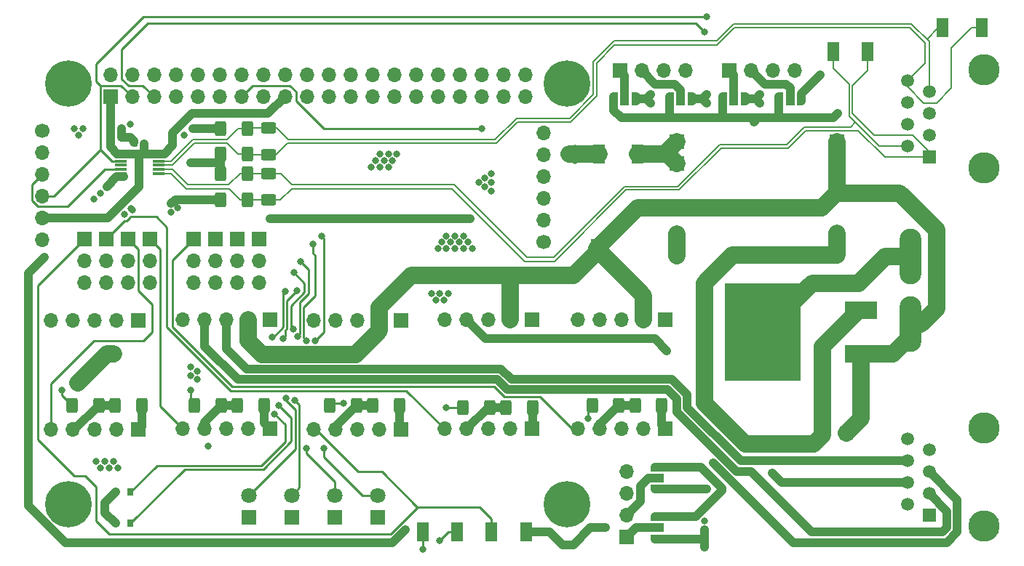
<source format=gbr>
%TF.GenerationSoftware,KiCad,Pcbnew,7.0.1*%
%TF.CreationDate,2023-08-16T19:58:43-04:00*%
%TF.ProjectId,DaughterBoard_UTAP,44617567-6874-4657-9242-6f6172645f55,rev?*%
%TF.SameCoordinates,Original*%
%TF.FileFunction,Copper,L1,Top*%
%TF.FilePolarity,Positive*%
%FSLAX46Y46*%
G04 Gerber Fmt 4.6, Leading zero omitted, Abs format (unit mm)*
G04 Created by KiCad (PCBNEW 7.0.1) date 2023-08-16 19:58:43*
%MOMM*%
%LPD*%
G01*
G04 APERTURE LIST*
G04 Aperture macros list*
%AMRoundRect*
0 Rectangle with rounded corners*
0 $1 Rounding radius*
0 $2 $3 $4 $5 $6 $7 $8 $9 X,Y pos of 4 corners*
0 Add a 4 corners polygon primitive as box body*
4,1,4,$2,$3,$4,$5,$6,$7,$8,$9,$2,$3,0*
0 Add four circle primitives for the rounded corners*
1,1,$1+$1,$2,$3*
1,1,$1+$1,$4,$5*
1,1,$1+$1,$6,$7*
1,1,$1+$1,$8,$9*
0 Add four rect primitives between the rounded corners*
20,1,$1+$1,$2,$3,$4,$5,0*
20,1,$1+$1,$4,$5,$6,$7,0*
20,1,$1+$1,$6,$7,$8,$9,0*
20,1,$1+$1,$8,$9,$2,$3,0*%
%AMFreePoly0*
4,1,19,0.550000,-0.750000,0.000000,-0.750000,0.000000,-0.744911,-0.071157,-0.744911,-0.207708,-0.704816,-0.327430,-0.627875,-0.420627,-0.520320,-0.479746,-0.390866,-0.500000,-0.250000,-0.500000,0.250000,-0.479746,0.390866,-0.420627,0.520320,-0.327430,0.627875,-0.207708,0.704816,-0.071157,0.744911,0.000000,0.744911,0.000000,0.750000,0.550000,0.750000,0.550000,-0.750000,0.550000,-0.750000,
$1*%
%AMFreePoly1*
4,1,19,0.000000,0.744911,0.071157,0.744911,0.207708,0.704816,0.327430,0.627875,0.420627,0.520320,0.479746,0.390866,0.500000,0.250000,0.500000,-0.250000,0.479746,-0.390866,0.420627,-0.520320,0.327430,-0.627875,0.207708,-0.704816,0.071157,-0.744911,0.000000,-0.744911,0.000000,-0.750000,-0.550000,-0.750000,-0.550000,0.750000,0.000000,0.750000,0.000000,0.744911,0.000000,0.744911,
$1*%
G04 Aperture macros list end*
%TA.AperFunction,SMDPad,CuDef*%
%ADD10RoundRect,0.250000X-0.400000X-0.625000X0.400000X-0.625000X0.400000X0.625000X-0.400000X0.625000X0*%
%TD*%
%TA.AperFunction,ComponentPad*%
%ADD11R,1.800000X1.800000*%
%TD*%
%TA.AperFunction,ComponentPad*%
%ADD12C,1.800000*%
%TD*%
%TA.AperFunction,ComponentPad*%
%ADD13C,5.400000*%
%TD*%
%TA.AperFunction,SMDPad,CuDef*%
%ADD14RoundRect,0.250000X0.400000X0.625000X-0.400000X0.625000X-0.400000X-0.625000X0.400000X-0.625000X0*%
%TD*%
%TA.AperFunction,SMDPad,CuDef*%
%ADD15R,0.800000X0.950000*%
%TD*%
%TA.AperFunction,WasherPad*%
%ADD16C,3.650000*%
%TD*%
%TA.AperFunction,ComponentPad*%
%ADD17R,1.500000X1.500000*%
%TD*%
%TA.AperFunction,ComponentPad*%
%ADD18C,1.500000*%
%TD*%
%TA.AperFunction,SMDPad,CuDef*%
%ADD19R,1.400000X2.200000*%
%TD*%
%TA.AperFunction,SMDPad,CuDef*%
%ADD20FreePoly0,0.000000*%
%TD*%
%TA.AperFunction,SMDPad,CuDef*%
%ADD21R,1.000000X1.500000*%
%TD*%
%TA.AperFunction,SMDPad,CuDef*%
%ADD22FreePoly1,0.000000*%
%TD*%
%TA.AperFunction,ComponentPad*%
%ADD23O,1.700000X1.700000*%
%TD*%
%TA.AperFunction,ComponentPad*%
%ADD24C,1.700000*%
%TD*%
%TA.AperFunction,ComponentPad*%
%ADD25R,1.700000X1.700000*%
%TD*%
%TA.AperFunction,ComponentPad*%
%ADD26R,1.600000X1.600000*%
%TD*%
%TA.AperFunction,ComponentPad*%
%ADD27C,1.600000*%
%TD*%
%TA.AperFunction,SMDPad,CuDef*%
%ADD28FreePoly0,270.000000*%
%TD*%
%TA.AperFunction,SMDPad,CuDef*%
%ADD29R,1.500000X1.000000*%
%TD*%
%TA.AperFunction,SMDPad,CuDef*%
%ADD30FreePoly1,270.000000*%
%TD*%
%TA.AperFunction,SMDPad,CuDef*%
%ADD31RoundRect,0.155000X0.212500X0.155000X-0.212500X0.155000X-0.212500X-0.155000X0.212500X-0.155000X0*%
%TD*%
%TA.AperFunction,SMDPad,CuDef*%
%ADD32RoundRect,0.250000X-0.625000X0.400000X-0.625000X-0.400000X0.625000X-0.400000X0.625000X0.400000X0*%
%TD*%
%TA.AperFunction,SMDPad,CuDef*%
%ADD33R,1.400000X0.300000*%
%TD*%
%TA.AperFunction,ComponentPad*%
%ADD34O,2.540000X6.502400*%
%TD*%
%TA.AperFunction,SMDPad,CuDef*%
%ADD35RoundRect,0.250000X0.625000X-0.400000X0.625000X0.400000X-0.625000X0.400000X-0.625000X-0.400000X0*%
%TD*%
%TA.AperFunction,SMDPad,CuDef*%
%ADD36R,3.810000X2.080000*%
%TD*%
%TA.AperFunction,SMDPad,CuDef*%
%ADD37R,8.890000X11.430000*%
%TD*%
%TA.AperFunction,ViaPad*%
%ADD38C,0.800000*%
%TD*%
%TA.AperFunction,Conductor*%
%ADD39C,1.000000*%
%TD*%
%TA.AperFunction,Conductor*%
%ADD40C,0.250000*%
%TD*%
%TA.AperFunction,Conductor*%
%ADD41C,2.000000*%
%TD*%
%TA.AperFunction,Conductor*%
%ADD42C,0.200000*%
%TD*%
G04 APERTURE END LIST*
D10*
%TO.P,R16,1*%
%TO.N,/GPIO_20*%
X85700000Y-105750000D03*
%TO.P,R16,2*%
%TO.N,Net-(U5-DIR)*%
X88800000Y-105750000D03*
%TD*%
%TO.P,R15,1*%
%TO.N,/GPIO_27*%
X101200000Y-106000000D03*
%TO.P,R15,2*%
%TO.N,Net-(U4-DIR)*%
X104300000Y-106000000D03*
%TD*%
%TO.P,R14,1*%
%TO.N,/GPIO_13*%
X55700000Y-105750000D03*
%TO.P,R14,2*%
%TO.N,Net-(U1-DIR)*%
X58800000Y-105750000D03*
%TD*%
%TO.P,R13,1*%
%TO.N,/GPIO_21*%
X69950000Y-105750000D03*
%TO.P,R13,2*%
%TO.N,Net-(U2-DIR)*%
X73050000Y-105750000D03*
%TD*%
%TO.P,R12,2*%
%TO.N,Net-(U3-DIR)*%
X119300000Y-105750000D03*
%TO.P,R12,1*%
%TO.N,/GPIO_26*%
X116200000Y-105750000D03*
%TD*%
D11*
%TO.P,GPIO_22,1,K*%
%TO.N,GND*%
X76250000Y-118790000D03*
D12*
%TO.P,GPIO_22,2,A*%
%TO.N,/GPIO_22*%
X76250000Y-116250000D03*
%TD*%
D10*
%TO.P,R6,1*%
%TO.N,+3.3V*%
X73000000Y-76500000D03*
%TO.P,R6,2*%
%TO.N,/DSDA+*%
X76100000Y-76500000D03*
%TD*%
D13*
%TO.P,,0*%
%TO.N,N/C*%
X55320000Y-117290000D03*
%TD*%
D14*
%TO.P,R9,1*%
%TO.N,GND*%
X63800000Y-105750000D03*
%TO.P,R9,2*%
%TO.N,Net-(U1-DIR)*%
X60700000Y-105750000D03*
%TD*%
D11*
%TO.P,GPIO_24,1,K*%
%TO.N,GND*%
X86250000Y-118805000D03*
D12*
%TO.P,GPIO_24,2,A*%
%TO.N,/GPIO_24*%
X86250000Y-116265000D03*
%TD*%
D15*
%TO.P,LED1,1,K*%
%TO.N,GND*%
X60800000Y-115825000D03*
%TO.P,LED1,2,A*%
%TO.N,Net-(J4-GCLK2{slash}GPIO6)*%
X62500000Y-115825000D03*
%TD*%
D16*
%TO.P,    X2    ,*%
%TO.N,*%
X161770000Y-78097500D03*
X161770000Y-66667500D03*
D17*
%TO.P,    X2    ,1*%
%TO.N,/DSCL-*%
X155420000Y-76827500D03*
D18*
%TO.P,    X2    ,2*%
%TO.N,/DSCL+*%
X152880000Y-75557500D03*
%TO.P,    X2    ,3*%
%TO.N,/GRE_STR_2_MOTOR*%
X155420000Y-74287500D03*
%TO.P,    X2    ,4*%
%TO.N,+3.3V*%
X152880000Y-73017500D03*
%TO.P,    X2    ,5*%
%TO.N,GND*%
X155420000Y-71747500D03*
%TO.P,    X2    ,6*%
%TO.N,/GRE_2_MOTOR*%
X152880000Y-70477500D03*
%TO.P,    X2    ,7*%
%TO.N,/DSDA-*%
X155420000Y-69207500D03*
%TO.P,    X2    ,8*%
%TO.N,/DSDA+*%
X152880000Y-67937500D03*
%TD*%
D19*
%TO.P,TP4,1,1*%
%TO.N,/DSDA-*%
X157000000Y-61750000D03*
%TD*%
D20*
%TO.P,JP5,1,A*%
%TO.N,+3.3V*%
X125200000Y-70000000D03*
D21*
%TO.P,JP5,2,C*%
%TO.N,Net-(J1-Pin_2)*%
X126500000Y-70000000D03*
D22*
%TO.P,JP5,3,B*%
%TO.N,GND*%
X127800000Y-70000000D03*
%TD*%
D14*
%TO.P,R7,1*%
%TO.N,GND*%
X93800000Y-105750000D03*
%TO.P,R7,2*%
%TO.N,Net-(U5-DIR)*%
X90700000Y-105750000D03*
%TD*%
D23*
%TO.P,U6,0*%
%TO.N,N/C*%
X110534033Y-74032000D03*
X110534033Y-76572000D03*
X110534033Y-79112000D03*
X110534033Y-81652000D03*
X110534033Y-84192000D03*
D24*
X110534033Y-86732000D03*
%TO.P,U6,1,GND*%
%TO.N,GND*%
X52209033Y-73757000D03*
D23*
%TO.P,U6,2,OE*%
%TO.N,unconnected-(U6-OE-Pad2)*%
X52209033Y-76297000D03*
%TO.P,U6,3,SCL*%
%TO.N,/I2C1_SCL*%
X52209033Y-78837000D03*
%TO.P,U6,4,SDA*%
%TO.N,/I2C1_SDA*%
X52209033Y-81377000D03*
%TO.P,U6,5,VCC*%
%TO.N,+3.3V*%
X52209033Y-83917000D03*
%TO.P,U6,6,V+*%
%TO.N,unconnected-(U6-V+-Pad6)*%
X52209033Y-86457000D03*
D25*
%TO.P,U6,7,PWM0*%
%TO.N,/PWM1_OR*%
X57148033Y-86384000D03*
D23*
%TO.P,U6,8,V+0*%
%TO.N,unconnected-(U6-V+0-Pad8)*%
X57148033Y-88924000D03*
%TO.P,U6,9,GND0*%
%TO.N,unconnected-(U6-GND0-Pad9)*%
X57148033Y-91464000D03*
D25*
%TO.P,U6,10,PWM1*%
%TO.N,/PWM2_BRO*%
X59673033Y-86384000D03*
D23*
%TO.P,U6,11,V+1*%
%TO.N,unconnected-(U6-V+1-Pad11)*%
X59673033Y-88924000D03*
%TO.P,U6,12,GND1*%
%TO.N,unconnected-(U6-GND1-Pad12)*%
X59673033Y-91464000D03*
D25*
%TO.P,U6,13,PWM2*%
%TO.N,/PWM3_BLU*%
X62213033Y-86384000D03*
D23*
%TO.P,U6,14,V+2*%
%TO.N,unconnected-(U6-V+2-Pad14)*%
X62213033Y-88924000D03*
%TO.P,U6,15,GND2*%
%TO.N,unconnected-(U6-GND2-Pad15)*%
X62213033Y-91464000D03*
D25*
%TO.P,U6,16,PWM3*%
%TO.N,/PWM4_GRE_1*%
X64763033Y-86384000D03*
D23*
%TO.P,U6,17,V+3*%
%TO.N,unconnected-(U6-V+3-Pad17)*%
X64763033Y-88924000D03*
%TO.P,U6,18,GND3*%
%TO.N,unconnected-(U6-GND3-Pad18)*%
X64763033Y-91464000D03*
D25*
%TO.P,U6,19,GND4*%
%TO.N,/PWM5_GRE_2*%
X69848033Y-86384000D03*
D23*
%TO.P,U6,20,V+4*%
%TO.N,unconnected-(U6-V+4-Pad20)*%
X69848033Y-88924000D03*
%TO.P,U6,21,PWM4*%
%TO.N,unconnected-(U6-PWM4-Pad21)*%
X69848033Y-91464000D03*
D25*
%TO.P,U6,22,GND5*%
%TO.N,unconnected-(U6-GND5-Pad22)*%
X72373033Y-86384000D03*
D23*
%TO.P,U6,23,V+5*%
%TO.N,unconnected-(U6-V+5-Pad23)*%
X72373033Y-88924000D03*
%TO.P,U6,24,PWM5*%
%TO.N,unconnected-(U6-PWM5-Pad24)*%
X72373033Y-91464000D03*
D25*
%TO.P,U6,25,GND6*%
%TO.N,unconnected-(U6-GND6-Pad25)*%
X74913033Y-86384000D03*
D23*
%TO.P,U6,26,V+6*%
%TO.N,unconnected-(U6-V+6-Pad26)*%
X74913033Y-88924000D03*
%TO.P,U6,27,PWM6*%
%TO.N,unconnected-(U6-PWM6-Pad27)*%
X74913033Y-91464000D03*
D25*
%TO.P,U6,28,GND7*%
%TO.N,unconnected-(U6-GND7-Pad28)*%
X77463033Y-86384000D03*
D23*
%TO.P,U6,29,V+7*%
%TO.N,unconnected-(U6-V+7-Pad29)*%
X77463033Y-88924000D03*
%TO.P,U6,30,PWM7*%
%TO.N,unconnected-(U6-PWM7-Pad30)*%
X77463033Y-91464000D03*
%TD*%
D11*
%TO.P,GPIO_23,1,K*%
%TO.N,GND*%
X81250000Y-118790000D03*
D12*
%TO.P,GPIO_23,2,A*%
%TO.N,/GPIO_23*%
X81250000Y-116250000D03*
%TD*%
D23*
%TO.P,U5,1,PWM*%
%TO.N,/PWM1_OR*%
X83820000Y-108550000D03*
%TO.P,U5,2,DIR*%
%TO.N,Net-(U5-DIR)*%
X86360000Y-108550000D03*
%TO.P,U5,3,~FAULT*%
%TO.N,unconnected-(U5-~FAULT-Pad3)*%
X88900000Y-108550000D03*
%TO.P,U5,4,~EN*%
%TO.N,unconnected-(U5-~EN-Pad4)*%
X91440000Y-108550000D03*
D25*
%TO.P,U5,5,GND*%
%TO.N,GND*%
X93980000Y-108550000D03*
%TO.P,U5,6,GND*%
X93980000Y-95850000D03*
D23*
%TO.P,U5,7,VIN*%
%TO.N,+12V*%
X91440000Y-95850000D03*
%TO.P,U5,8,M2*%
%TO.N,/OR_MOTOR*%
X88900000Y-95850000D03*
%TO.P,U5,9,M1*%
%TO.N,/OR_STR_MOTOR*%
X86360000Y-95850000D03*
%TO.P,U5,10,VM*%
%TO.N,unconnected-(U5-VM-Pad10)*%
X83820000Y-95850000D03*
%TD*%
%TO.P,U3,1,PWM*%
%TO.N,/PWM5_GRE_2*%
X114570000Y-108500000D03*
%TO.P,U3,2,DIR*%
%TO.N,Net-(U3-DIR)*%
X117110000Y-108500000D03*
%TO.P,U3,3,~FAULT*%
%TO.N,unconnected-(U3-~FAULT-Pad3)*%
X119650000Y-108500000D03*
%TO.P,U3,4,~EN*%
%TO.N,unconnected-(U3-~EN-Pad4)*%
X122190000Y-108500000D03*
D25*
%TO.P,U3,5,GND*%
%TO.N,GND*%
X124730000Y-108500000D03*
%TO.P,U3,6,GND*%
X124730000Y-95800000D03*
D23*
%TO.P,U3,7,VIN*%
%TO.N,+12V*%
X122190000Y-95800000D03*
%TO.P,U3,8,M2*%
%TO.N,/GRE_2_MOTOR*%
X119650000Y-95800000D03*
%TO.P,U3,9,M1*%
%TO.N,/GRE_STR_2_MOTOR*%
X117110000Y-95800000D03*
%TO.P,U3,10,VM*%
%TO.N,unconnected-(U3-VM-Pad10)*%
X114570000Y-95800000D03*
%TD*%
D14*
%TO.P,R10,1*%
%TO.N,GND*%
X78050000Y-105750000D03*
%TO.P,R10,2*%
%TO.N,Net-(U2-DIR)*%
X74950000Y-105750000D03*
%TD*%
D20*
%TO.P,JP1,1,A*%
%TO.N,+3.3V*%
X131400000Y-70000000D03*
D21*
%TO.P,JP1,2,C*%
%TO.N,Net-(JP1-C)*%
X132700000Y-70000000D03*
D22*
%TO.P,JP1,3,B*%
%TO.N,GND*%
X134000000Y-70000000D03*
%TD*%
D14*
%TO.P,R2,1*%
%TO.N,/DSDA-*%
X76100000Y-73500000D03*
%TO.P,R2,2*%
%TO.N,GND*%
X73000000Y-73500000D03*
%TD*%
D11*
%TO.P,GPIO_25,1,K*%
%TO.N,GND*%
X91250000Y-118805000D03*
D12*
%TO.P,GPIO_25,2,A*%
%TO.N,/GPIO_25*%
X91250000Y-116265000D03*
%TD*%
D25*
%TO.P,J1,1,Pin_1*%
%TO.N,Net-(J1-Pin_1)*%
X119460000Y-66750000D03*
D23*
%TO.P,J1,2,Pin_2*%
%TO.N,Net-(J1-Pin_2)*%
X122000000Y-66750000D03*
%TO.P,J1,3,Pin_3*%
%TO.N,/I2C1_SCL*%
X124540000Y-66750000D03*
%TO.P,J1,4,Pin_4*%
%TO.N,/I2C1_SDA*%
X127080000Y-66750000D03*
%TD*%
D26*
%TO.P,C1,1,+*%
%TO.N,+12V*%
X145750000Y-109000000D03*
D27*
%TO.P,C1,2,-*%
%TO.N,GND*%
X143250000Y-109000000D03*
%TD*%
D28*
%TO.P,JP4,1,A*%
%TO.N,+3.3V*%
X123750000Y-112920000D03*
D29*
%TO.P,JP4,2,C*%
%TO.N,Net-(JP4-C)*%
X123750000Y-114220000D03*
D30*
%TO.P,JP4,3,B*%
%TO.N,GND*%
X123750000Y-115520000D03*
%TD*%
D23*
%TO.P,U4,1,PWM*%
%TO.N,/PWM2_BRO*%
X99070000Y-108500000D03*
%TO.P,U4,2,DIR*%
%TO.N,Net-(U4-DIR)*%
X101610000Y-108500000D03*
%TO.P,U4,3,~FAULT*%
%TO.N,unconnected-(U4-~FAULT-Pad3)*%
X104150000Y-108500000D03*
%TO.P,U4,4,~EN*%
%TO.N,unconnected-(U4-~EN-Pad4)*%
X106690000Y-108500000D03*
D25*
%TO.P,U4,5,GND*%
%TO.N,GND*%
X109230000Y-108500000D03*
%TO.P,U4,6,GND*%
X109230000Y-95800000D03*
D23*
%TO.P,U4,7,VIN*%
%TO.N,+12V*%
X106690000Y-95800000D03*
%TO.P,U4,8,M2*%
%TO.N,/BRO_MOTOR*%
X104150000Y-95800000D03*
%TO.P,U4,9,M1*%
%TO.N,/BRO_STR_MOTOR*%
X101610000Y-95800000D03*
%TO.P,U4,10,VM*%
%TO.N,unconnected-(U4-VM-Pad10)*%
X99070000Y-95800000D03*
%TD*%
D19*
%TO.P,TP6,1,1*%
%TO.N,/DSCL+*%
X144250000Y-64500000D03*
%TD*%
D13*
%TO.P,,0*%
%TO.N,N/C*%
X113320000Y-117290000D03*
%TD*%
D20*
%TO.P,JP2,1,A*%
%TO.N,+3.3V*%
X137950000Y-70000000D03*
D21*
%TO.P,JP2,2,C*%
%TO.N,Net-(JP2-C)*%
X139250000Y-70000000D03*
D22*
%TO.P,JP2,3,B*%
%TO.N,GND*%
X140550000Y-70000000D03*
%TD*%
D20*
%TO.P,JP6,1,A*%
%TO.N,+3.3V*%
X118700000Y-70000000D03*
D21*
%TO.P,JP6,2,C*%
%TO.N,Net-(J1-Pin_1)*%
X120000000Y-70000000D03*
D22*
%TO.P,JP6,3,B*%
%TO.N,GND*%
X121300000Y-70000000D03*
%TD*%
D31*
%TO.P,C2,1*%
%TO.N,+3.3V*%
X64117500Y-75275000D03*
%TO.P,C2,2*%
%TO.N,GND*%
X62982500Y-75275000D03*
%TD*%
D19*
%TO.P,GND,1,1*%
%TO.N,GND*%
X117000000Y-76500000D03*
%TD*%
%TO.P,TP8,1,1*%
%TO.N,GND*%
X108500000Y-120500000D03*
%TD*%
D32*
%TO.P,R3,1*%
%TO.N,/DSCL+*%
X78550000Y-78725000D03*
%TO.P,R3,2*%
%TO.N,/DSCL-*%
X78550000Y-81825000D03*
%TD*%
D14*
%TO.P,R8,1*%
%TO.N,GND*%
X109300000Y-106000000D03*
%TO.P,R8,2*%
%TO.N,Net-(U4-DIR)*%
X106200000Y-106000000D03*
%TD*%
D23*
%TO.P,U1,1,PWM*%
%TO.N,/PWM3_BLU*%
X53270000Y-108550000D03*
%TO.P,U1,2,DIR*%
%TO.N,Net-(U1-DIR)*%
X55810000Y-108550000D03*
%TO.P,U1,3,~FAULT*%
%TO.N,unconnected-(U1-~FAULT-Pad3)*%
X58350000Y-108550000D03*
%TO.P,U1,4,~EN*%
%TO.N,unconnected-(U1-~EN-Pad4)*%
X60890000Y-108550000D03*
D25*
%TO.P,U1,5,GND*%
%TO.N,GND*%
X63430000Y-108550000D03*
%TO.P,U1,6,GND*%
X63430000Y-95850000D03*
D23*
%TO.P,U1,7,VIN*%
%TO.N,+12V*%
X60890000Y-95850000D03*
%TO.P,U1,8,M2*%
%TO.N,/BLU_MOTOR*%
X58350000Y-95850000D03*
%TO.P,U1,9,M1*%
%TO.N,/BLU_STR_MOTOR*%
X55810000Y-95850000D03*
%TO.P,U1,10,VM*%
%TO.N,unconnected-(U1-VM-Pad10)*%
X53270000Y-95850000D03*
%TD*%
D33*
%TO.P,IC1,1,VDD(A)*%
%TO.N,+3.3V*%
X61350000Y-76775000D03*
%TO.P,IC1,2,SDA*%
%TO.N,/I2C1_SDA*%
X61350000Y-77275000D03*
%TO.P,IC1,3,EN*%
%TO.N,unconnected-(IC1-EN-Pad3)*%
X61350000Y-77775000D03*
%TO.P,IC1,4,SCL*%
%TO.N,/I2C1_SCL*%
X61350000Y-78275000D03*
%TO.P,IC1,5,VSS*%
%TO.N,GND*%
X61350000Y-78775000D03*
%TO.P,IC1,6,DSCLM*%
%TO.N,/DSCL-*%
X65750000Y-78775000D03*
%TO.P,IC1,7,DSCLP*%
%TO.N,/DSCL+*%
X65750000Y-78275000D03*
%TO.P,IC1,8,DSDAP*%
%TO.N,/DSDA+*%
X65750000Y-77775000D03*
%TO.P,IC1,9,DSDAM*%
%TO.N,/DSDA-*%
X65750000Y-77275000D03*
%TO.P,IC1,10,VDD(B)*%
%TO.N,+3.3V*%
X65750000Y-76775000D03*
%TD*%
D19*
%TO.P,TP9,1,1*%
%TO.N,+12V*%
X116750000Y-87500000D03*
%TD*%
D14*
%TO.P,R1,1*%
%TO.N,/DSCL-*%
X76100000Y-81775000D03*
%TO.P,R1,2*%
%TO.N,GND*%
X73000000Y-81775000D03*
%TD*%
D34*
%TO.P,J3,1,Pin_1*%
%TO.N,-BATT*%
X153245000Y-88440000D03*
%TO.P,J3,2,Pin_2*%
%TO.N,+12V*%
X153245000Y-96314000D03*
%TD*%
D19*
%TO.P,TP10,1,1*%
%TO.N,+5V*%
X121500000Y-76500000D03*
%TD*%
D25*
%TO.P,BME/BMP280,1,P3*%
%TO.N,Net-(JP3-C)*%
X120250000Y-121050000D03*
D23*
%TO.P,BME/BMP280,2,P4*%
%TO.N,Net-(JP4-C)*%
X120250000Y-118510000D03*
%TO.P,BME/BMP280,3,SCL*%
%TO.N,/I2C1_SCL*%
X120250000Y-115970000D03*
%TO.P,BME/BMP280,4,SDA*%
%TO.N,/I2C1_SDA*%
X120250000Y-113430000D03*
%TD*%
D13*
%TO.P,,0*%
%TO.N,N/C*%
X113320000Y-68290000D03*
%TD*%
D19*
%TO.P,TP1,1,1*%
%TO.N,/I2C1_SCL*%
X96500000Y-120500000D03*
%TD*%
D35*
%TO.P,R4,1*%
%TO.N,/DSDA+*%
X78550000Y-76550000D03*
%TO.P,R4,2*%
%TO.N,/DSDA-*%
X78550000Y-73450000D03*
%TD*%
D23*
%TO.P,U2,1,PWM*%
%TO.N,/PWM4_GRE_1*%
X68570000Y-108500000D03*
%TO.P,U2,2,DIR*%
%TO.N,Net-(U2-DIR)*%
X71110000Y-108500000D03*
%TO.P,U2,3,~FAULT*%
%TO.N,unconnected-(U2-~FAULT-Pad3)*%
X73650000Y-108500000D03*
%TO.P,U2,4,~EN*%
%TO.N,unconnected-(U2-~EN-Pad4)*%
X76190000Y-108500000D03*
D25*
%TO.P,U2,5,GND*%
%TO.N,GND*%
X78730000Y-108500000D03*
%TO.P,U2,6,GND*%
X78730000Y-95800000D03*
D23*
%TO.P,U2,7,VIN*%
%TO.N,+12V*%
X76190000Y-95800000D03*
%TO.P,U2,8,M2*%
%TO.N,/GRE_1_MOTOR*%
X73650000Y-95800000D03*
%TO.P,U2,9,M1*%
%TO.N,/GRE_STR_1_MOTOR*%
X71110000Y-95800000D03*
%TO.P,U2,10,VM*%
%TO.N,unconnected-(U2-VM-Pad10)*%
X68570000Y-95800000D03*
%TD*%
D15*
%TO.P,LED2,1,K*%
%TO.N,GND*%
X60800000Y-119500000D03*
%TO.P,LED2,2,A*%
%TO.N,Net-(J4-GPIO16)*%
X62500000Y-119500000D03*
%TD*%
D25*
%TO.P,OLED,1,P1*%
%TO.N,Net-(JP1-C)*%
X132200000Y-66750000D03*
D23*
%TO.P,OLED,2,P2*%
%TO.N,Net-(JP2-C)*%
X134740000Y-66750000D03*
%TO.P,OLED,3,SCL*%
%TO.N,/I2C1_SCL*%
X137280000Y-66750000D03*
%TO.P,OLED,4,SDA*%
%TO.N,/I2C1_SDA*%
X139820000Y-66750000D03*
%TD*%
D36*
%TO.P,Q1,1,G*%
%TO.N,+12V*%
X147485000Y-99790000D03*
D37*
%TO.P,Q1,2,D*%
%TO.N,-BATT*%
X136055000Y-97250000D03*
D36*
%TO.P,Q1,3,S*%
%TO.N,GND*%
X147485000Y-94710000D03*
%TD*%
D28*
%TO.P,JP3,1,A*%
%TO.N,+3.3V*%
X123750000Y-118700000D03*
D29*
%TO.P,JP3,2,C*%
%TO.N,Net-(JP3-C)*%
X123750000Y-120000000D03*
D30*
%TO.P,JP3,3,B*%
%TO.N,GND*%
X123750000Y-121300000D03*
%TD*%
D19*
%TO.P,TP2,1,1*%
%TO.N,/I2C1_SDA*%
X100500000Y-120500000D03*
%TD*%
%TO.P,TP7,1,1*%
%TO.N,/PWM1_OR*%
X104500000Y-120500000D03*
%TD*%
D13*
%TO.P,,0*%
%TO.N,N/C*%
X55320000Y-68290000D03*
%TD*%
D16*
%TO.P,    X1    ,*%
%TO.N,*%
X161770000Y-119847500D03*
X161770000Y-108417500D03*
D17*
%TO.P,    X1    ,1*%
%TO.N,/OR_STR_MOTOR*%
X155420000Y-118577500D03*
D18*
%TO.P,    X1    ,2*%
%TO.N,/OR_MOTOR*%
X152880000Y-117307500D03*
%TO.P,    X1    ,3*%
%TO.N,/GRE_STR_1_MOTOR*%
X155420000Y-116037500D03*
%TO.P,    X1    ,4*%
%TO.N,/BLU_MOTOR*%
X152880000Y-114767500D03*
%TO.P,    X1    ,5*%
%TO.N,/BLU_STR_MOTOR*%
X155420000Y-113497500D03*
%TO.P,    X1    ,6*%
%TO.N,/GRE_1_MOTOR*%
X152880000Y-112227500D03*
%TO.P,    X1    ,7*%
%TO.N,/BRO_STR_MOTOR*%
X155420000Y-110957500D03*
%TO.P,    X1    ,8*%
%TO.N,/BRO_MOTOR*%
X152880000Y-109687500D03*
%TD*%
D10*
%TO.P,R5,1*%
%TO.N,+3.3V*%
X73000000Y-78775000D03*
%TO.P,R5,2*%
%TO.N,/DSCL+*%
X76100000Y-78775000D03*
%TD*%
D19*
%TO.P,TP5,1,1*%
%TO.N,/DSCL-*%
X148250000Y-64500000D03*
%TD*%
D14*
%TO.P,R11,1*%
%TO.N,GND*%
X124300000Y-105750000D03*
%TO.P,R11,2*%
%TO.N,Net-(U3-DIR)*%
X121200000Y-105750000D03*
%TD*%
D23*
%TO.P,U7,1,OUT-*%
%TO.N,GND*%
X126100000Y-88290000D03*
D24*
X126100000Y-85750000D03*
D23*
%TO.P,U7,2,IN-*%
X144700000Y-88240000D03*
D24*
X144700000Y-85700000D03*
D25*
%TO.P,U7,3,IN+*%
%TO.N,+12V*%
X144700000Y-77580000D03*
X144700000Y-75040000D03*
%TO.P,U7,4,OUT+*%
%TO.N,+5V*%
X126100000Y-77530000D03*
X126100000Y-74990000D03*
%TD*%
D19*
%TO.P,TP3,1,1*%
%TO.N,/DSDA+*%
X161500000Y-61750000D03*
%TD*%
D25*
%TO.P,J4,1,3V3*%
%TO.N,+3.3V*%
X60150000Y-69790000D03*
D23*
%TO.P,J4,2,5V*%
%TO.N,+5V*%
X60150000Y-67250000D03*
%TO.P,J4,3,SDA/GPIO2*%
%TO.N,/I2C1_SDA*%
X62690000Y-69790000D03*
%TO.P,J4,4,5V*%
%TO.N,+5V*%
X62690000Y-67250000D03*
%TO.P,J4,5,SCL/GPIO3*%
%TO.N,/I2C1_SCL*%
X65230000Y-69790000D03*
%TO.P,J4,6,GND*%
%TO.N,GND*%
X65230000Y-67250000D03*
%TO.P,J4,7,GCLK0/GPIO4*%
%TO.N,unconnected-(J4-GCLK0{slash}GPIO4-Pad7)*%
X67770000Y-69790000D03*
%TO.P,J4,8,GPIO14/TXD*%
%TO.N,unconnected-(J4-GPIO14{slash}TXD-Pad8)*%
X67770000Y-67250000D03*
%TO.P,J4,9,GND*%
%TO.N,GND*%
X70310000Y-69790000D03*
%TO.P,J4,10,GPIO15/RXD*%
%TO.N,unconnected-(J4-GPIO15{slash}RXD-Pad10)*%
X70310000Y-67250000D03*
%TO.P,J4,11,GPIO17*%
%TO.N,unconnected-(J4-GPIO17-Pad11)*%
X72850000Y-69790000D03*
%TO.P,J4,12,GPIO18/PWM0*%
%TO.N,unconnected-(J4-GPIO18{slash}PWM0-Pad12)*%
X72850000Y-67250000D03*
%TO.P,J4,13,GPIO27*%
%TO.N,/GPIO_27*%
X75390000Y-69790000D03*
%TO.P,J4,14,GND*%
%TO.N,GND*%
X75390000Y-67250000D03*
%TO.P,J4,15,GPIO22*%
%TO.N,/GPIO_22*%
X77930000Y-69790000D03*
%TO.P,J4,16,GPIO23*%
%TO.N,/GPIO_23*%
X77930000Y-67250000D03*
%TO.P,J4,17,3V3*%
%TO.N,+3.3V*%
X80470000Y-69790000D03*
%TO.P,J4,18,GPIO24*%
%TO.N,/GPIO_24*%
X80470000Y-67250000D03*
%TO.P,J4,19,MOSI0/GPIO10*%
%TO.N,unconnected-(J4-MOSI0{slash}GPIO10-Pad19)*%
X83010000Y-69790000D03*
%TO.P,J4,20,GND*%
%TO.N,GND*%
X83010000Y-67250000D03*
%TO.P,J4,21,MISO0/GPIO9*%
%TO.N,unconnected-(J4-MISO0{slash}GPIO9-Pad21)*%
X85550000Y-69790000D03*
%TO.P,J4,22,GPIO25*%
%TO.N,/GPIO_25*%
X85550000Y-67250000D03*
%TO.P,J4,23,SCLK0/GPIO11*%
%TO.N,unconnected-(J4-SCLK0{slash}GPIO11-Pad23)*%
X88090000Y-69790000D03*
%TO.P,J4,24,~{CE0}/GPIO8*%
%TO.N,unconnected-(J4-~{CE0}{slash}GPIO8-Pad24)*%
X88090000Y-67250000D03*
%TO.P,J4,25,GND*%
%TO.N,GND*%
X90630000Y-69790000D03*
%TO.P,J4,26,~{CE1}/GPIO7*%
%TO.N,unconnected-(J4-~{CE1}{slash}GPIO7-Pad26)*%
X90630000Y-67250000D03*
%TO.P,J4,27,ID_SD/GPIO0*%
%TO.N,unconnected-(J4-ID_SD{slash}GPIO0-Pad27)*%
X93170000Y-69790000D03*
%TO.P,J4,28,ID_SC/GPIO1*%
%TO.N,unconnected-(J4-ID_SC{slash}GPIO1-Pad28)*%
X93170000Y-67250000D03*
%TO.P,J4,29,GCLK1/GPIO5*%
%TO.N,unconnected-(J4-GCLK1{slash}GPIO5-Pad29)*%
X95710000Y-69790000D03*
%TO.P,J4,30,GND*%
%TO.N,GND*%
X95710000Y-67250000D03*
%TO.P,J4,31,GCLK2/GPIO6*%
%TO.N,Net-(J4-GCLK2{slash}GPIO6)*%
X98250000Y-69790000D03*
%TO.P,J4,32,PWM0/GPIO12*%
%TO.N,unconnected-(J4-PWM0{slash}GPIO12-Pad32)*%
X98250000Y-67250000D03*
%TO.P,J4,33,PWM1/GPIO13*%
%TO.N,/GPIO_13*%
X100790000Y-69790000D03*
%TO.P,J4,34,GND*%
%TO.N,GND*%
X100790000Y-67250000D03*
%TO.P,J4,35,GPIO19/MISO1*%
%TO.N,unconnected-(J4-GPIO19{slash}MISO1-Pad35)*%
X103330000Y-69790000D03*
%TO.P,J4,36,GPIO16*%
%TO.N,Net-(J4-GPIO16)*%
X103330000Y-67250000D03*
%TO.P,J4,37,GPIO26*%
%TO.N,/GPIO_26*%
X105870000Y-69790000D03*
%TO.P,J4,38,GPIO20/MOSI1*%
%TO.N,/GPIO_20*%
X105870000Y-67250000D03*
%TO.P,J4,39,GND*%
%TO.N,GND*%
X108410000Y-69790000D03*
%TO.P,J4,40,GPIO21/SCLK1*%
%TO.N,/GPIO_21*%
X108410000Y-67250000D03*
%TD*%
D38*
%TO.N,GND*%
X56500000Y-103000000D03*
%TO.N,/GPIO_13*%
X54500000Y-104000000D03*
%TO.N,/GPIO_21*%
X69500000Y-104000000D03*
%TO.N,/GPIO_20*%
X87250000Y-105500000D03*
%TO.N,/GPIO_27*%
X99250000Y-106000000D03*
%TO.N,/GPIO_26*%
X115750000Y-107250000D03*
%TO.N,GND*%
X68750000Y-74250000D03*
X62527464Y-82777464D03*
X117750000Y-120000000D03*
X59000000Y-81000000D03*
X99500000Y-92750000D03*
X100750000Y-86750000D03*
X59750000Y-99250000D03*
X135750000Y-70500000D03*
X62500000Y-73000000D03*
X99250000Y-87500000D03*
X103750000Y-80250000D03*
X129500000Y-69500000D03*
X69500000Y-102250000D03*
X92000000Y-77250000D03*
X110250000Y-120500000D03*
X113500000Y-76500000D03*
X98500000Y-92750000D03*
X99000000Y-93500000D03*
X91500000Y-78000000D03*
X93000000Y-77250000D03*
X92500000Y-78000000D03*
X129250000Y-120250000D03*
X115000000Y-76500000D03*
X135750000Y-69500000D03*
X58250000Y-81750000D03*
X103750000Y-79250000D03*
X102250000Y-87500000D03*
X91500000Y-76500000D03*
X58500000Y-112250000D03*
X60000000Y-113000000D03*
X101750000Y-86750000D03*
X123000000Y-70500000D03*
X99750000Y-86750000D03*
X98000000Y-93500000D03*
X59500000Y-118250000D03*
X69750000Y-73500000D03*
X60500000Y-112250000D03*
X93500000Y-76500000D03*
X129500000Y-115520000D03*
X68000000Y-82750000D03*
X104500000Y-80750000D03*
X114250000Y-77250000D03*
X61000000Y-113000000D03*
X103000000Y-79750000D03*
X101250000Y-86000000D03*
X59500000Y-112250000D03*
X59000000Y-113000000D03*
X114250000Y-75750000D03*
X100250000Y-87500000D03*
X131625000Y-107875000D03*
X98750000Y-86750000D03*
X71000000Y-73500000D03*
X62750000Y-83000000D03*
X59500000Y-117250000D03*
X59750000Y-100250000D03*
X71500000Y-110500000D03*
X97500000Y-92750000D03*
X99250000Y-86000000D03*
X111250000Y-120500000D03*
X92500000Y-76500000D03*
X123000000Y-69500000D03*
X67250000Y-82250000D03*
X104500000Y-79750000D03*
X68000000Y-81750000D03*
X69500000Y-101250000D03*
X61500000Y-73500000D03*
X129250000Y-121250000D03*
X129250639Y-119250639D03*
X90500000Y-78000000D03*
X98250000Y-87500000D03*
X101250000Y-87500000D03*
X142750000Y-67250000D03*
X52500000Y-88500000D03*
X129500000Y-70500000D03*
X104500000Y-78750000D03*
X60500000Y-99750000D03*
X70250000Y-101750000D03*
X94500000Y-120250000D03*
X129250000Y-122250000D03*
X100250000Y-86000000D03*
X61500000Y-74500000D03*
X56000000Y-73500000D03*
X91000000Y-77250000D03*
X67250000Y-83250000D03*
X57000000Y-73500000D03*
X56500000Y-74250000D03*
X142000000Y-68000000D03*
X59750000Y-80250000D03*
X61777464Y-83527464D03*
X70250000Y-102750000D03*
%TO.N,+3.3V*%
X144750000Y-71750000D03*
X102000000Y-84000000D03*
X67425000Y-75425000D03*
X131302730Y-115643620D03*
X69500000Y-77500000D03*
X78750000Y-84000000D03*
X135000000Y-72750000D03*
%TO.N,/I2C1_SDA*%
X129500000Y-60500000D03*
X98500000Y-121475500D03*
%TO.N,/I2C1_SCL*%
X96500000Y-122500000D03*
X129250000Y-62250000D03*
%TO.N,/GPIO_27*%
X103329500Y-73500000D03*
%TO.N,Net-(J4-GCLK2{slash}GPIO6)*%
X79250000Y-106750000D03*
X80500000Y-92500000D03*
X79000000Y-97762299D03*
%TO.N,Net-(J4-GPIO16)*%
X81875000Y-92375000D03*
X79750000Y-105750000D03*
X80250000Y-98000000D03*
%TO.N,/BLU_MOTOR*%
X137125000Y-113625000D03*
%TO.N,/BLU_STR_MOTOR*%
X130276825Y-112473175D03*
%TO.N,/BRO_STR_MOTOR*%
X124875000Y-99375000D03*
%TO.N,/GPIO_22*%
X81500000Y-90250000D03*
X80633873Y-104883873D03*
X81424255Y-96835249D03*
%TO.N,/GPIO_23*%
X81602927Y-105147074D03*
X81920500Y-97702856D03*
X82250000Y-89000000D03*
%TO.N,/GPIO_24*%
X82934354Y-98199500D03*
X83750000Y-87000000D03*
X83000000Y-110750000D03*
%TO.N,/GPIO_25*%
X84000000Y-98199500D03*
X85000000Y-110750000D03*
X84750000Y-86000000D03*
%TD*%
D39*
%TO.N,GND*%
X63800000Y-108180000D02*
X63430000Y-108550000D01*
X63800000Y-105750000D02*
X63800000Y-108180000D01*
%TO.N,Net-(U1-DIR)*%
X58800000Y-105750000D02*
X60700000Y-105750000D01*
X55810000Y-108550000D02*
X56000000Y-108550000D01*
X56000000Y-108550000D02*
X58800000Y-105750000D01*
D40*
%TO.N,/GPIO_13*%
X54500000Y-104550000D02*
X55700000Y-105750000D01*
X54500000Y-104000000D02*
X54500000Y-104550000D01*
D41*
%TO.N,GND*%
X59750000Y-99750000D02*
X60500000Y-99750000D01*
X56375000Y-103125000D02*
X59750000Y-99750000D01*
D40*
%TO.N,/PWM3_BLU*%
X53270000Y-103230000D02*
X53270000Y-108550000D01*
X58250000Y-98250000D02*
X53270000Y-103230000D01*
X65000000Y-97250000D02*
X64000000Y-98250000D01*
X64000000Y-98250000D02*
X58250000Y-98250000D01*
X65000000Y-94000000D02*
X65000000Y-97250000D01*
X63388033Y-87559000D02*
X63388033Y-92388033D01*
X62213033Y-86384000D02*
X63388033Y-87559000D01*
X63388033Y-92388033D02*
X65000000Y-94000000D01*
D39*
%TO.N,GND*%
X78050000Y-107820000D02*
X78730000Y-108500000D01*
X78050000Y-105750000D02*
X78050000Y-107820000D01*
%TO.N,Net-(U2-DIR)*%
X73050000Y-105750000D02*
X74950000Y-105750000D01*
X71110000Y-107690000D02*
X73050000Y-105750000D01*
X71110000Y-108500000D02*
X71110000Y-107690000D01*
D40*
%TO.N,/GPIO_21*%
X69500000Y-105300000D02*
X69950000Y-105750000D01*
X69500000Y-104000000D02*
X69500000Y-105300000D01*
%TO.N,/GPIO_20*%
X87250000Y-105500000D02*
X85950000Y-105500000D01*
X85950000Y-105500000D02*
X85700000Y-105750000D01*
D39*
%TO.N,GND*%
X93800000Y-105750000D02*
X93800000Y-108370000D01*
X93800000Y-108370000D02*
X93980000Y-108550000D01*
%TO.N,Net-(U5-DIR)*%
X88800000Y-105750000D02*
X90700000Y-105750000D01*
X86360000Y-108190000D02*
X88800000Y-105750000D01*
X86360000Y-108550000D02*
X86360000Y-108190000D01*
%TO.N,GND*%
X109300000Y-108430000D02*
X109230000Y-108500000D01*
X109300000Y-106000000D02*
X109300000Y-108430000D01*
%TO.N,Net-(U4-DIR)*%
X104300000Y-106000000D02*
X106200000Y-106000000D01*
X104110000Y-106000000D02*
X101610000Y-108500000D01*
X104300000Y-106000000D02*
X104110000Y-106000000D01*
D40*
%TO.N,/GPIO_27*%
X99250000Y-106000000D02*
X101200000Y-106000000D01*
D39*
%TO.N,GND*%
X124300000Y-108070000D02*
X124730000Y-108500000D01*
X124300000Y-105750000D02*
X124300000Y-108070000D01*
%TO.N,Net-(U3-DIR)*%
X121150000Y-105750000D02*
X121200000Y-105800000D01*
X119300000Y-105750000D02*
X121150000Y-105750000D01*
X117110000Y-107940000D02*
X119300000Y-105750000D01*
X117110000Y-108500000D02*
X117110000Y-107940000D01*
D40*
%TO.N,/GPIO_26*%
X115750000Y-106200000D02*
X116200000Y-105750000D01*
X115750000Y-107250000D02*
X115750000Y-106200000D01*
D39*
%TO.N,/GRE_STR_1_MOTOR*%
X157500000Y-120000000D02*
X157500000Y-118117500D01*
X141750000Y-120500000D02*
X157000000Y-120500000D01*
X134677001Y-113427001D02*
X141750000Y-120500000D01*
X132980651Y-113427001D02*
X134677001Y-113427001D01*
X126050000Y-106496350D02*
X132980651Y-113427001D01*
X126050000Y-104997056D02*
X126050000Y-106496350D01*
X157500000Y-118117500D02*
X155420000Y-116037500D01*
X124952944Y-103900000D02*
X126050000Y-104997056D01*
X71110000Y-95800000D02*
X71110000Y-98860000D01*
X71110000Y-98860000D02*
X75000000Y-102750000D01*
X75000000Y-102750000D02*
X105165888Y-102750000D01*
X105165888Y-102750000D02*
X106315888Y-103900000D01*
X106315888Y-103900000D02*
X124952944Y-103900000D01*
X157000000Y-120500000D02*
X157500000Y-120000000D01*
%TO.N,/GRE_1_MOTOR*%
X73650000Y-99150000D02*
X73650000Y-95800000D01*
X76000000Y-101500000D02*
X73650000Y-99150000D01*
X105612944Y-101500000D02*
X76000000Y-101500000D01*
X127250000Y-104500000D02*
X125450000Y-102700000D01*
X127250000Y-106000000D02*
X127250000Y-104500000D01*
X106812944Y-102700000D02*
X105612944Y-101500000D01*
X133477500Y-112227500D02*
X127250000Y-106000000D01*
X125450000Y-102700000D02*
X106812944Y-102700000D01*
X152880000Y-112227500D02*
X133477500Y-112227500D01*
D40*
%TO.N,/PWM5_GRE_2*%
X110160000Y-104750000D02*
X113910000Y-108500000D01*
X105999162Y-104750000D02*
X110160000Y-104750000D01*
X74325000Y-103575000D02*
X104824162Y-103575000D01*
X67395000Y-96645000D02*
X74325000Y-103575000D01*
X67395000Y-88837033D02*
X67395000Y-96645000D01*
X104824162Y-103575000D02*
X105999162Y-104750000D01*
X69848033Y-86384000D02*
X67395000Y-88837033D01*
X113910000Y-108500000D02*
X114570000Y-108500000D01*
D41*
%TO.N,+12V*%
X91440000Y-95850000D02*
X91440000Y-94290000D01*
X147485000Y-99790000D02*
X147485000Y-107265000D01*
X147485000Y-99790000D02*
X151210000Y-99790000D01*
X88692081Y-99800000D02*
X91440000Y-97052081D01*
X114050000Y-90600000D02*
X110330000Y-90600000D01*
X156250000Y-85250000D02*
X156250000Y-94500000D01*
X151210000Y-99790000D02*
X153245000Y-97755000D01*
X153245000Y-97755000D02*
X153245000Y-96314000D01*
X144700000Y-77580000D02*
X144700000Y-80950000D01*
X142900000Y-82750000D02*
X144700000Y-80950000D01*
X144700000Y-80950000D02*
X144750000Y-81000000D01*
X144700000Y-75040000D02*
X144700000Y-77580000D01*
X91440000Y-97052081D02*
X91440000Y-95850000D01*
X106690000Y-90600000D02*
X106690000Y-95800000D01*
X152000000Y-81000000D02*
X156250000Y-85250000D01*
X154436000Y-96314000D02*
X153245000Y-96314000D01*
X156250000Y-94500000D02*
X154436000Y-96314000D01*
X116750000Y-87500000D02*
X122190000Y-92940000D01*
X91440000Y-94290000D02*
X95130000Y-90600000D01*
X116750000Y-87900000D02*
X114050000Y-90600000D01*
X116750000Y-87500000D02*
X116750000Y-87900000D01*
X76190000Y-98190000D02*
X77800000Y-99800000D01*
X147485000Y-107265000D02*
X145750000Y-109000000D01*
X121500000Y-82750000D02*
X142900000Y-82750000D01*
X110330000Y-90600000D02*
X106690000Y-90600000D01*
X116750000Y-87500000D02*
X121500000Y-82750000D01*
X122190000Y-92940000D02*
X122190000Y-95800000D01*
X76190000Y-95800000D02*
X76190000Y-98190000D01*
X95130000Y-90600000D02*
X110330000Y-90600000D01*
X144750000Y-81000000D02*
X152000000Y-81000000D01*
X77800000Y-99800000D02*
X88692081Y-99800000D01*
D39*
%TO.N,GND*%
X94500000Y-120250000D02*
X93000000Y-121750000D01*
X59750000Y-80250000D02*
X60875000Y-79125000D01*
X59550000Y-118250000D02*
X60800000Y-119500000D01*
X110250000Y-120500000D02*
X111250000Y-120500000D01*
D41*
X144700000Y-85700000D02*
X144700000Y-88240000D01*
D39*
X59500000Y-117250000D02*
X59500000Y-117125000D01*
D41*
X142000000Y-110250000D02*
X143000000Y-109250000D01*
D39*
X112750000Y-122000000D02*
X114000000Y-122000000D01*
X62500000Y-74500000D02*
X62917500Y-74917500D01*
X140550000Y-70000000D02*
X140550000Y-69450000D01*
D41*
X147220000Y-94710000D02*
X147485000Y-94710000D01*
D39*
X127270000Y-115520000D02*
X127020000Y-115520000D01*
X129500000Y-115520000D02*
X127020000Y-115520000D01*
D41*
X134000000Y-110250000D02*
X142000000Y-110250000D01*
X113500000Y-76500000D02*
X117000000Y-76500000D01*
D39*
X60875000Y-79125000D02*
X61750000Y-79125000D01*
X93000000Y-121750000D02*
X54971673Y-121750000D01*
X50659033Y-90340967D02*
X52500000Y-88500000D01*
X121300000Y-70000000D02*
X122500000Y-70000000D01*
D41*
X126100000Y-85750000D02*
X126100000Y-88290000D01*
D39*
X108500000Y-120500000D02*
X110250000Y-120500000D01*
X114000000Y-122000000D02*
X116000000Y-120000000D01*
X129250000Y-121250000D02*
X129250000Y-122250000D01*
X129250000Y-120250000D02*
X129250000Y-121250000D01*
X59500000Y-118250000D02*
X59550000Y-118250000D01*
X59500000Y-117250000D02*
X59500000Y-118250000D01*
D41*
X143000000Y-109250000D02*
X143000000Y-98930000D01*
D39*
X54971673Y-121750000D02*
X50659033Y-117437360D01*
X129200000Y-121300000D02*
X129250000Y-121250000D01*
D41*
X132505000Y-88240000D02*
X129250000Y-91495000D01*
D39*
X123750000Y-115520000D02*
X127020000Y-115520000D01*
D41*
X144700000Y-88240000D02*
X132505000Y-88240000D01*
D39*
X140550000Y-69450000D02*
X142000000Y-68000000D01*
X127800000Y-70000000D02*
X128750000Y-70000000D01*
X134000000Y-70000000D02*
X135250000Y-70000000D01*
X73000000Y-73500000D02*
X69750000Y-73500000D01*
X50659033Y-117437360D02*
X50659033Y-90340967D01*
X135250000Y-70000000D02*
X135750000Y-69500000D01*
X111250000Y-120500000D02*
X112750000Y-122000000D01*
X122500000Y-70000000D02*
X123000000Y-70500000D01*
X129000000Y-70000000D02*
X129500000Y-69500000D01*
D41*
X143000000Y-98930000D02*
X147220000Y-94710000D01*
D39*
X135250000Y-70000000D02*
X135750000Y-70500000D01*
X142000000Y-68000000D02*
X142750000Y-67250000D01*
X67725000Y-81775000D02*
X67250000Y-82250000D01*
X61500000Y-74500000D02*
X62500000Y-74500000D01*
D41*
X129250000Y-105500000D02*
X131625000Y-107875000D01*
D39*
X59500000Y-117125000D02*
X60800000Y-115825000D01*
X61500000Y-73500000D02*
X61500000Y-74500000D01*
X73000000Y-81775000D02*
X67725000Y-81775000D01*
D41*
X129250000Y-91495000D02*
X129250000Y-105500000D01*
X131625000Y-107875000D02*
X134000000Y-110250000D01*
D39*
X62917500Y-74917500D02*
X62917500Y-75120444D01*
X129000000Y-70000000D02*
X129500000Y-70500000D01*
X123750000Y-121300000D02*
X129200000Y-121300000D01*
X122500000Y-70000000D02*
X123000000Y-69500000D01*
X116000000Y-120000000D02*
X117750000Y-120000000D01*
%TO.N,+3.3V*%
X64925000Y-76425000D02*
X64117500Y-76425000D01*
X135500000Y-72250000D02*
X131500000Y-72250000D01*
X125250000Y-72250000D02*
X119600000Y-72250000D01*
X67425000Y-75425000D02*
X66425000Y-76425000D01*
X118700000Y-71350000D02*
X118700000Y-70000000D01*
X128246350Y-118700000D02*
X123750000Y-118700000D01*
X131302730Y-115643620D02*
X128246350Y-118700000D01*
X119600000Y-72250000D02*
X118700000Y-71350000D01*
X64117500Y-76425000D02*
X64117500Y-75275000D01*
X125200000Y-70000000D02*
X125200000Y-72200000D01*
X60925000Y-76425000D02*
X63500000Y-76425000D01*
X63500000Y-80250000D02*
X59833000Y-83917000D01*
X67425000Y-74019365D02*
X69694365Y-71750000D01*
X135500000Y-72250000D02*
X138000000Y-72250000D01*
X78510000Y-71750000D02*
X80470000Y-69790000D01*
X131302730Y-115374081D02*
X128848649Y-112920000D01*
X73000000Y-77500000D02*
X73000000Y-78775000D01*
X135000000Y-72750000D02*
X135500000Y-72250000D01*
X128848649Y-112920000D02*
X123750000Y-112920000D01*
X66425000Y-76425000D02*
X64925000Y-76425000D01*
X137950000Y-70000000D02*
X137950000Y-72200000D01*
X59833000Y-83917000D02*
X52209033Y-83917000D01*
X69694365Y-71750000D02*
X78510000Y-71750000D01*
X78750000Y-84000000D02*
X102000000Y-84000000D01*
X63500000Y-76425000D02*
X63500000Y-80250000D01*
X73000000Y-76500000D02*
X73000000Y-77500000D01*
X131400000Y-72150000D02*
X131500000Y-72250000D01*
X60150000Y-75650000D02*
X60925000Y-76425000D01*
X131500000Y-72250000D02*
X125250000Y-72250000D01*
X125200000Y-72200000D02*
X125250000Y-72250000D01*
X67425000Y-75425000D02*
X67425000Y-74019365D01*
X60150000Y-69790000D02*
X60150000Y-75650000D01*
X131400000Y-70000000D02*
X131400000Y-72150000D01*
X138000000Y-72250000D02*
X144250000Y-72250000D01*
X144250000Y-72250000D02*
X144750000Y-71750000D01*
X73000000Y-77500000D02*
X69500000Y-77500000D01*
X131302730Y-115643620D02*
X131302730Y-115374081D01*
X137950000Y-72200000D02*
X138000000Y-72250000D01*
X63500000Y-76425000D02*
X64925000Y-76425000D01*
D40*
%TO.N,/I2C1_SDA*%
X59000000Y-68500000D02*
X61400000Y-68500000D01*
X59000000Y-75925000D02*
X53548000Y-81377000D01*
X59000000Y-75925000D02*
X59287500Y-76212500D01*
X59000000Y-70965000D02*
X59000000Y-75925000D01*
X60350000Y-77275000D02*
X59287500Y-76212500D01*
X99475500Y-120500000D02*
X100500000Y-120500000D01*
X58500000Y-66000000D02*
X58500000Y-68000000D01*
X98500000Y-121475500D02*
X99475500Y-120500000D01*
X129500000Y-60500000D02*
X64000000Y-60500000D01*
X59000000Y-68500000D02*
X58975000Y-68525000D01*
X58500000Y-68000000D02*
X59000000Y-68500000D01*
X61400000Y-68500000D02*
X62690000Y-69790000D01*
X53548000Y-81377000D02*
X52209033Y-81377000D01*
X61350000Y-77275000D02*
X60350000Y-77275000D01*
X58975000Y-68525000D02*
X58975000Y-70940000D01*
X58975000Y-70940000D02*
X59000000Y-70965000D01*
X64000000Y-60500000D02*
X58500000Y-66000000D01*
%TO.N,/I2C1_SCL*%
X62278299Y-68500000D02*
X63940000Y-68500000D01*
X63940000Y-68500000D02*
X65230000Y-69790000D01*
X51722332Y-82552000D02*
X51034033Y-81863701D01*
X64500000Y-61250000D02*
X61500000Y-64250000D01*
X55198000Y-82552000D02*
X51722332Y-82552000D01*
X61500000Y-64250000D02*
X61500000Y-67721701D01*
X61350000Y-78275000D02*
X59475000Y-78275000D01*
X96500000Y-120500000D02*
X96500000Y-122500000D01*
X51034033Y-80012000D02*
X52209033Y-78837000D01*
X129250000Y-62250000D02*
X128250000Y-61250000D01*
X128250000Y-61250000D02*
X64500000Y-61250000D01*
X61500000Y-67721701D02*
X62278299Y-68500000D01*
X51034033Y-81863701D02*
X51034033Y-80012000D01*
X59475000Y-78275000D02*
X55198000Y-82552000D01*
D42*
%TO.N,/DSCL-*%
X146500000Y-71750000D02*
X146500000Y-68500000D01*
X155420000Y-76827500D02*
X155420000Y-76170000D01*
X78550000Y-81825000D02*
X79925000Y-81825000D01*
X148250000Y-66750000D02*
X148250000Y-64500000D01*
X76100000Y-81775000D02*
X75275000Y-81775000D01*
X67231800Y-78775000D02*
X65750000Y-78775000D01*
X146500000Y-68500000D02*
X148250000Y-66750000D01*
X150259300Y-76827500D02*
X155420000Y-76827500D01*
X126347486Y-80650000D02*
X131247486Y-75750000D01*
X78550000Y-81825000D02*
X78100000Y-82275000D01*
X131247486Y-75750000D02*
X139000000Y-75750000D01*
X68956800Y-80500000D02*
X67231800Y-78775000D01*
X111840686Y-88975000D02*
X120165686Y-80650000D01*
X120165686Y-80650000D02*
X126347486Y-80650000D01*
X78550000Y-81825000D02*
X76150000Y-81825000D01*
X75275000Y-81775000D02*
X74000000Y-80500000D01*
X74000000Y-80500000D02*
X68956800Y-80500000D01*
X139000000Y-75750000D02*
X141010000Y-73740000D01*
X155420000Y-76170000D02*
X153500000Y-74250000D01*
X81249999Y-80500001D02*
X99931801Y-80500001D01*
X147171800Y-73740000D02*
X150259300Y-76827500D01*
X149000000Y-74250000D02*
X146500000Y-71750000D01*
X153500000Y-74250000D02*
X149000000Y-74250000D01*
X99931801Y-80500001D02*
X108406800Y-88975000D01*
X79925000Y-81825000D02*
X81249999Y-80500001D01*
X76150000Y-81825000D02*
X76100000Y-81775000D01*
X141010000Y-73740000D02*
X147171800Y-73740000D01*
X108406800Y-88975000D02*
X111840686Y-88975000D01*
%TO.N,/DSCL+*%
X120000000Y-80250000D02*
X126181800Y-80250000D01*
X75225000Y-78775000D02*
X73950000Y-80050000D01*
X78550000Y-78725000D02*
X78100000Y-78275000D01*
X146100000Y-68350000D02*
X146100000Y-72031800D01*
X81299999Y-80049999D02*
X100118199Y-80049999D01*
X140844315Y-73340000D02*
X146278200Y-73340000D01*
X78550000Y-78725000D02*
X76150000Y-78725000D01*
X108593200Y-88525000D02*
X111725000Y-88525000D01*
X73950000Y-80050000D02*
X69143200Y-80050000D01*
X146278200Y-73340000D02*
X146843200Y-72775000D01*
X78550000Y-78725000D02*
X79975000Y-78725000D01*
X138834314Y-75350000D02*
X140844315Y-73340000D01*
X76100000Y-78775000D02*
X75225000Y-78775000D01*
X79975000Y-78725000D02*
X81299999Y-80049999D01*
X111725000Y-88525000D02*
X120000000Y-80250000D01*
X76150000Y-78725000D02*
X76100000Y-78775000D01*
X131081801Y-75350000D02*
X138834314Y-75350000D01*
X146843200Y-72775000D02*
X149625700Y-75557500D01*
X67368200Y-78275000D02*
X65750000Y-78275000D01*
X100118199Y-80049999D02*
X108593200Y-88525000D01*
X126181800Y-80250000D02*
X131081801Y-75350000D01*
X69143200Y-80050000D02*
X67368200Y-78275000D01*
X144250000Y-66500000D02*
X146100000Y-68350000D01*
X144250000Y-64500000D02*
X144250000Y-66500000D01*
X146100000Y-72031800D02*
X146843200Y-72775000D01*
X149625700Y-75557500D02*
X152880000Y-75557500D01*
%TO.N,/DSDA+*%
X116720000Y-65845686D02*
X118815686Y-63750000D01*
X153156800Y-61725000D02*
X154969999Y-63538199D01*
X69918200Y-75225000D02*
X67368200Y-77775000D01*
X75000000Y-76500000D02*
X73725000Y-75225000D01*
X156250000Y-70500000D02*
X154750000Y-70500000D01*
X118815686Y-63750000D02*
X130750000Y-63750000D01*
X76150000Y-76550000D02*
X76100000Y-76500000D01*
X105025000Y-75225000D02*
X107525000Y-72725000D01*
X161500000Y-61750000D02*
X160375000Y-61750000D01*
X107525000Y-72725000D02*
X113693326Y-72725000D01*
X73725000Y-75225000D02*
X69918200Y-75225000D01*
X130750000Y-63750000D02*
X132775000Y-61725000D01*
X113693326Y-72725000D02*
X116720000Y-69698326D01*
X78550000Y-76550000D02*
X79450000Y-76550000D01*
X80775000Y-75225000D02*
X105025000Y-75225000D01*
X154750000Y-70500000D02*
X152880000Y-68630000D01*
X116720000Y-69698326D02*
X116720000Y-65845686D01*
X160375000Y-61750000D02*
X158000000Y-64125000D01*
X158000000Y-68750000D02*
X156250000Y-70500000D01*
X152880000Y-68630000D02*
X152880000Y-67937500D01*
X76100000Y-76500000D02*
X75000000Y-76500000D01*
X79450000Y-76550000D02*
X80775000Y-75225000D01*
X154969999Y-65847501D02*
X152880000Y-67937500D01*
X78550000Y-76550000D02*
X76150000Y-76550000D01*
X67368200Y-77775000D02*
X65750000Y-77775000D01*
X78550000Y-76550000D02*
X78100000Y-77000000D01*
X158000000Y-64125000D02*
X158000000Y-68750000D01*
X154969999Y-63538199D02*
X154969999Y-65847501D01*
X132775000Y-61725000D02*
X153156800Y-61725000D01*
%TO.N,/DSDA-*%
X67231800Y-77275000D02*
X65750000Y-77275000D01*
X155409100Y-63340900D02*
X155159100Y-63090900D01*
X79500000Y-73450000D02*
X80825000Y-74775000D01*
X118750000Y-63250000D02*
X130684314Y-63250000D01*
X155159100Y-63090900D02*
X156500000Y-61750000D01*
X80825000Y-74775000D02*
X104909314Y-74775000D01*
X132659314Y-61275000D02*
X153343200Y-61275000D01*
X130684314Y-63250000D02*
X132659314Y-61275000D01*
X116320000Y-69532641D02*
X116320000Y-65680000D01*
X78550000Y-73450000D02*
X79500000Y-73450000D01*
X107409314Y-72275000D02*
X113577641Y-72275000D01*
X155409100Y-63340900D02*
X155420000Y-63351800D01*
X76150000Y-73450000D02*
X76100000Y-73500000D01*
X116320000Y-65680000D02*
X118750000Y-63250000D01*
X113577641Y-72275000D02*
X116320000Y-69532641D01*
X69731800Y-74775000D02*
X67231800Y-77275000D01*
X104909314Y-74775000D02*
X107409314Y-72275000D01*
X155420000Y-63351800D02*
X155420000Y-69207500D01*
X78550000Y-73450000D02*
X78100000Y-73000000D01*
X75000000Y-73500000D02*
X73725000Y-74775000D01*
X76100000Y-73500000D02*
X75000000Y-73500000D01*
X153343200Y-61275000D02*
X155409100Y-63340900D01*
X73725000Y-74775000D02*
X69731800Y-74775000D01*
X78550000Y-73450000D02*
X76150000Y-73450000D01*
D41*
%TO.N,+5V*%
X121500000Y-76500000D02*
X124590000Y-76500000D01*
X126100000Y-74990000D02*
X124830000Y-76260000D01*
X124830000Y-76260000D02*
X126100000Y-77530000D01*
X124590000Y-76500000D02*
X126100000Y-74990000D01*
D40*
%TO.N,/GPIO_27*%
X81750000Y-70250000D02*
X81750000Y-69204149D01*
X81750000Y-69204149D02*
X81045851Y-68500000D01*
X85000000Y-73500000D02*
X81750000Y-70250000D01*
X81045851Y-68500000D02*
X76680000Y-68500000D01*
X76680000Y-68500000D02*
X75390000Y-69790000D01*
X103329500Y-73500000D02*
X85000000Y-73500000D01*
%TO.N,Net-(J4-GCLK2{slash}GPIO6)*%
X80250000Y-92750000D02*
X80500000Y-92500000D01*
X79000000Y-97762299D02*
X79117701Y-97762299D01*
X79250000Y-106750000D02*
X80500000Y-108000000D01*
X79117701Y-97762299D02*
X80250000Y-96630000D01*
X80250000Y-96630000D02*
X80250000Y-92750000D01*
X77750000Y-112750000D02*
X65575000Y-112750000D01*
X65575000Y-112750000D02*
X62500000Y-115825000D01*
X80500000Y-110000000D02*
X77750000Y-112750000D01*
X80500000Y-108000000D02*
X80500000Y-110000000D01*
%TO.N,Net-(J4-GPIO16)*%
X81224500Y-109911896D02*
X77936396Y-113200000D01*
X79750000Y-105750000D02*
X81224500Y-107224500D01*
X81224500Y-107224500D02*
X81224500Y-109911896D01*
X80500000Y-97016396D02*
X80700000Y-96816396D01*
X80250000Y-98000000D02*
X80500000Y-97750000D01*
X77936396Y-113200000D02*
X68800000Y-113200000D01*
X80700000Y-96816396D02*
X80700000Y-93550000D01*
X80700000Y-93550000D02*
X81875000Y-92375000D01*
X80500000Y-97750000D02*
X80500000Y-97016396D01*
X68800000Y-113200000D02*
X62500000Y-119500000D01*
D39*
%TO.N,Net-(U3-DIR)*%
X117110000Y-107890000D02*
X117110000Y-108500000D01*
%TO.N,Net-(JP1-C)*%
X132700000Y-67250000D02*
X132700000Y-70000000D01*
X132200000Y-66750000D02*
X132700000Y-67250000D01*
%TO.N,Net-(JP2-C)*%
X136290000Y-68300000D02*
X138800000Y-68300000D01*
X134740000Y-66750000D02*
X136290000Y-68300000D01*
X138800000Y-68300000D02*
X139250000Y-68750000D01*
X139250000Y-68750000D02*
X139250000Y-70000000D01*
%TO.N,Net-(JP3-C)*%
X121300000Y-120000000D02*
X120250000Y-121050000D01*
X123750000Y-120000000D02*
X121300000Y-120000000D01*
%TO.N,Net-(JP4-C)*%
X121800000Y-116960000D02*
X120250000Y-118510000D01*
X122760050Y-114220000D02*
X121800000Y-115180050D01*
X121800000Y-115180050D02*
X121800000Y-116960000D01*
X123750000Y-114220000D02*
X122760050Y-114220000D01*
%TO.N,/BLU_MOTOR*%
X138267500Y-114767500D02*
X152880000Y-114767500D01*
X137125000Y-113625000D02*
X138267500Y-114767500D01*
%TO.N,/BLU_STR_MOTOR*%
X158700000Y-120497056D02*
X157447056Y-121750000D01*
X130330475Y-112473175D02*
X130276825Y-112473175D01*
X157447056Y-121750000D02*
X139607300Y-121750000D01*
X139607300Y-121750000D02*
X130330475Y-112473175D01*
X158700000Y-116777500D02*
X158700000Y-120497056D01*
X155420000Y-113497500D02*
X158700000Y-116777500D01*
D40*
%TO.N,/PWM4_GRE_1*%
X65938033Y-105868033D02*
X68570000Y-108500000D01*
X65938033Y-87559000D02*
X65938033Y-105868033D01*
X64763033Y-86384000D02*
X65938033Y-87559000D01*
%TO.N,/PWM2_BRO*%
X94595000Y-104025000D02*
X74138604Y-104025000D01*
X62077562Y-84251964D02*
X61805069Y-84251964D01*
X62501964Y-83750000D02*
X62501964Y-83827562D01*
X66750000Y-85000000D02*
X65500000Y-83750000D01*
X65500000Y-83750000D02*
X62501964Y-83750000D01*
X99070000Y-108500000D02*
X94595000Y-104025000D01*
X61805069Y-84251964D02*
X59673033Y-86384000D01*
X62501964Y-83827562D02*
X62077562Y-84251964D01*
X74138604Y-104025000D02*
X66750000Y-96636396D01*
X66750000Y-96636396D02*
X66750000Y-85000000D01*
D39*
%TO.N,/BRO_STR_MOTOR*%
X123500000Y-98000000D02*
X103810000Y-98000000D01*
X124875000Y-99375000D02*
X123500000Y-98000000D01*
X103810000Y-98000000D02*
X101610000Y-95800000D01*
D40*
%TO.N,/PWM1_OR*%
X51750000Y-109750000D02*
X56000000Y-114000000D01*
X91750000Y-113500000D02*
X95830000Y-117580000D01*
X95830000Y-117580000D02*
X96920000Y-117580000D01*
X89000000Y-113500000D02*
X91750000Y-113500000D01*
X51750000Y-91782033D02*
X51750000Y-109750000D01*
X58500000Y-119250000D02*
X60000000Y-120750000D01*
X95920000Y-117580000D02*
X96920000Y-117580000D01*
X57148033Y-86384000D02*
X51750000Y-91782033D01*
X92750000Y-120750000D02*
X95920000Y-117580000D01*
X58500000Y-115250000D02*
X58500000Y-119250000D01*
X83820000Y-108550000D02*
X84050000Y-108550000D01*
X84050000Y-108550000D02*
X89000000Y-113500000D01*
X104500000Y-120500000D02*
X104500000Y-119000000D01*
X60000000Y-120750000D02*
X92750000Y-120750000D01*
X103080000Y-117580000D02*
X96920000Y-117580000D01*
X56000000Y-114000000D02*
X57250000Y-114000000D01*
X57250000Y-114000000D02*
X58500000Y-115250000D01*
X104500000Y-119000000D02*
X103080000Y-117580000D01*
D41*
%TO.N,-BATT*%
X147250000Y-91500000D02*
X141805000Y-91500000D01*
X141805000Y-91500000D02*
X136055000Y-97250000D01*
X153245000Y-88440000D02*
X150310000Y-88440000D01*
X150310000Y-88440000D02*
X147250000Y-91500000D01*
D40*
%TO.N,/GPIO_22*%
X81424255Y-96835249D02*
X81150000Y-96560994D01*
X81150000Y-94125305D02*
X82750000Y-92525305D01*
X82750000Y-91500000D02*
X81500000Y-90250000D01*
X80633873Y-104883873D02*
X80633873Y-105203325D01*
X81674500Y-110825500D02*
X76250000Y-116250000D01*
X82750000Y-92525305D02*
X82750000Y-91500000D01*
X80633873Y-105203325D02*
X81674500Y-106243952D01*
X81150000Y-96560994D02*
X81150000Y-94125305D01*
X81674500Y-106243952D02*
X81674500Y-110825500D01*
%TO.N,/GPIO_23*%
X82150000Y-105694147D02*
X81602927Y-105147074D01*
X82195000Y-97428356D02*
X81920500Y-97702856D01*
X82150000Y-115350000D02*
X82150000Y-105694147D01*
X81250000Y-116250000D02*
X82150000Y-115350000D01*
X83200000Y-89950000D02*
X83200000Y-92711701D01*
X82250000Y-89000000D02*
X83200000Y-89950000D01*
X82195000Y-93716701D02*
X82195000Y-97428356D01*
X83200000Y-92711701D02*
X82195000Y-93716701D01*
%TO.N,/GPIO_24*%
X83000000Y-110750000D02*
X83000000Y-111375500D01*
X82645000Y-97910146D02*
X82934354Y-98199500D01*
X84000000Y-88275305D02*
X84000000Y-93000000D01*
X83750000Y-87000000D02*
X83750000Y-88025305D01*
X82645000Y-94355000D02*
X82645000Y-97910146D01*
X86250000Y-114625500D02*
X86250000Y-116265000D01*
X84000000Y-93000000D02*
X82645000Y-94355000D01*
X83000000Y-111375500D02*
X86250000Y-114625500D01*
X83750000Y-88025305D02*
X84000000Y-88275305D01*
%TO.N,/GPIO_25*%
X85000000Y-111750000D02*
X89515000Y-116265000D01*
X84995000Y-97204500D02*
X84000000Y-98199500D01*
X89515000Y-116265000D02*
X91250000Y-116265000D01*
X84995000Y-86245000D02*
X84995000Y-97204500D01*
X84750000Y-86000000D02*
X84995000Y-86245000D01*
X85000000Y-110750000D02*
X85000000Y-111750000D01*
D39*
%TO.N,Net-(J1-Pin_2)*%
X125789950Y-68300000D02*
X123550000Y-68300000D01*
X123550000Y-68300000D02*
X122000000Y-66750000D01*
X126500000Y-70000000D02*
X126500000Y-69010050D01*
X126500000Y-69010050D02*
X125789950Y-68300000D01*
%TO.N,Net-(J1-Pin_1)*%
X120000000Y-70000000D02*
X120000000Y-67290000D01*
X120000000Y-67290000D02*
X119460000Y-66750000D01*
%TD*%
M02*

</source>
